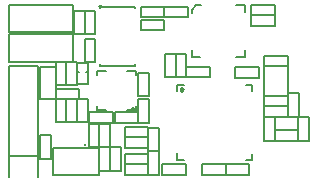
<source format=gto>
G04 Layer_Color=127485*
%FSLAX25Y25*%
%MOIN*%
G70*
G01*
G75*
%ADD80C,0.01000*%
%ADD81C,0.01000*%
%ADD82C,0.00630*%
D80*
X58824Y29528D02*
X57989Y30010D01*
Y29045D01*
X58824Y29528D01*
X31381Y57284D02*
X30824D01*
X31381D01*
X42208Y23425D02*
X41651D01*
X42208D01*
D81*
X25984Y11024D02*
D03*
D82*
X26378Y35433D02*
X26575D01*
X26969D01*
X23425D02*
X24016D01*
X56890Y6102D02*
Y8268D01*
Y6102D02*
X59055D01*
X79724D02*
X81693D01*
Y8071D01*
Y28937D02*
Y30906D01*
X79724D02*
X81693D01*
X56890D02*
X59055D01*
X56890Y28937D02*
Y30906D01*
X31102Y37402D02*
Y37992D01*
Y37402D02*
X42913D01*
Y37992D01*
Y56496D02*
Y57087D01*
X31102D02*
X42913D01*
X31102Y56496D02*
Y57087D01*
X30118Y22638D02*
Y23819D01*
Y22638D02*
X33071D01*
X40157D02*
X43110D01*
Y23819D01*
Y34449D02*
Y35630D01*
X40157D02*
X43110D01*
X30118D02*
X33071D01*
X30118Y34449D02*
Y35630D01*
X10433Y394D02*
Y7283D01*
X591Y394D02*
Y7283D01*
Y37205D01*
X10433D01*
Y7283D02*
Y37205D01*
X591Y7283D02*
X10433D01*
X591Y47835D02*
X22244D01*
Y38780D02*
Y47835D01*
X591Y38780D02*
X22244D01*
X591D02*
Y47835D01*
X22244Y48622D02*
Y57677D01*
X591D02*
X22244D01*
X591Y48622D02*
Y57677D01*
Y48622D02*
X22244D01*
X25984Y47835D02*
Y55709D01*
X22441D02*
X29528D01*
Y47835D02*
Y55709D01*
X22441Y47835D02*
X29528D01*
X22441D02*
Y55709D01*
X25984Y46457D02*
X29528D01*
Y38583D02*
Y46457D01*
X25984Y38583D02*
X29528D01*
X25984D02*
Y46457D01*
X23425Y38386D02*
X26969D01*
Y31299D02*
Y38386D01*
X23425Y31299D02*
X26969D01*
X19882Y30906D02*
Y38780D01*
X16339Y36220D02*
Y38780D01*
X23425D01*
Y30906D02*
Y38780D01*
X16339Y30906D02*
X23425D01*
X11024Y26181D02*
Y36811D01*
X16339D01*
Y26181D02*
Y36811D01*
X11220Y26181D02*
X16339D01*
Y26378D02*
Y29724D01*
X24016D01*
Y26378D02*
Y29724D01*
X23425Y18504D02*
Y26378D01*
X19882Y18504D02*
Y26378D01*
X16339Y18504D02*
Y26378D01*
X26969D01*
Y18504D02*
Y26378D01*
X16339Y18504D02*
X26969D01*
X11220Y14173D02*
X14764D01*
Y6299D02*
Y14173D01*
X11220Y6299D02*
X14764D01*
X11220D02*
Y14173D01*
X30906Y984D02*
Y10039D01*
X15551D02*
X30906D01*
X15551Y984D02*
Y10039D01*
Y984D02*
X30906D01*
X34449Y2362D02*
Y10236D01*
X30906D02*
X37992D01*
Y2362D02*
Y10236D01*
X30906Y2362D02*
X37992D01*
X30906D02*
Y10236D01*
Y18110D01*
X27362D02*
X34449D01*
Y10236D02*
Y18110D01*
X27362Y10236D02*
X34449D01*
X27362D02*
Y18110D01*
X27559Y21850D02*
X35433D01*
X27559Y18307D02*
Y21850D01*
Y18307D02*
X35433D01*
Y21850D01*
X43898Y18307D02*
Y21850D01*
Y26181D02*
X47441D01*
X43898Y21850D02*
Y26181D01*
X36024Y21850D02*
X43898D01*
X36024Y18307D02*
Y21850D01*
Y18307D02*
X47441D01*
Y26181D01*
X85827Y12402D02*
Y20276D01*
Y12402D02*
X89370D01*
Y20276D01*
X85827D02*
X89370D01*
Y12402D02*
Y20276D01*
Y15945D02*
X97244D01*
Y12402D02*
Y15945D01*
X89370Y12402D02*
X97244D01*
X100787D01*
Y20276D01*
X97244D02*
X100787D01*
X97244Y12402D02*
Y20276D01*
X97441D02*
Y28150D01*
X93898D02*
X97441D01*
X93898Y20276D02*
Y28150D01*
Y20276D02*
X97441D01*
X85827Y23819D02*
Y27362D01*
Y23819D02*
X93701D01*
Y27362D01*
X85827D02*
X93504D01*
X85827Y20276D02*
Y23819D01*
Y20276D02*
X93701D01*
Y23819D01*
X85827D02*
X93701D01*
X85630Y27362D02*
X93898D01*
Y37205D01*
X85630D02*
X93898D01*
X85630Y27362D02*
Y37205D01*
X93701D02*
Y40748D01*
X85827D02*
X93701D01*
X85827Y37205D02*
Y40748D01*
Y37205D02*
X93701D01*
X81496Y50591D02*
X89370D01*
Y54134D01*
X81496D02*
X89370D01*
X81496Y50591D02*
Y54134D01*
Y57677D01*
X89370D01*
Y54134D02*
Y57677D01*
X81496Y54134D02*
X89370D01*
X76181Y36811D02*
X84055D01*
Y33268D02*
Y36811D01*
X76181Y33268D02*
X84055D01*
X76181D02*
Y36811D01*
X67716Y33465D02*
Y37008D01*
X52756Y33465D02*
X67716D01*
X52756D02*
Y41339D01*
X59842D01*
Y37008D02*
Y41339D01*
Y37008D02*
X67716D01*
X59842Y33465D02*
Y37008D01*
X56299Y33465D02*
Y41339D01*
X61614Y55315D02*
Y56102D01*
X63386Y57677D02*
X64567D01*
X61614Y55118D02*
Y56102D01*
X63189Y57677D01*
X64764D01*
X76378D02*
X79331D01*
Y55315D02*
Y57677D01*
Y40354D02*
Y42717D01*
X76378Y40354D02*
X79331D01*
X61614D02*
X64567D01*
X61614D02*
Y42717D01*
X44685Y52756D02*
X52559D01*
Y49213D02*
Y52756D01*
X44685Y49213D02*
X52559D01*
X44685D02*
Y52756D01*
Y53543D02*
X60433D01*
Y57087D01*
X44685D02*
X60433D01*
X44685Y53543D02*
Y57087D01*
X52559Y53543D02*
Y57087D01*
X65158Y4528D02*
X80905D01*
Y984D02*
Y4528D01*
X65158Y984D02*
X80905D01*
X65158D02*
Y4528D01*
X73032Y984D02*
Y4528D01*
X51772Y984D02*
X59646D01*
X51772D02*
Y4528D01*
X59646D01*
Y984D02*
Y4528D01*
X39370Y984D02*
X50787D01*
X39370D02*
Y8071D01*
X47244D01*
Y984D02*
Y16732D01*
X50787D01*
Y984D02*
Y16732D01*
X47244Y8858D02*
X50591D01*
X39370Y4528D02*
X47244D01*
Y4724D01*
X39370Y10039D02*
X47244D01*
X39370D02*
Y17126D01*
X47244D01*
Y16732D02*
Y17126D01*
X39370Y13583D02*
X47244D01*
X43898Y27165D02*
Y35039D01*
Y27165D02*
X47441D01*
Y35039D01*
X43898D02*
X47441D01*
M02*

</source>
